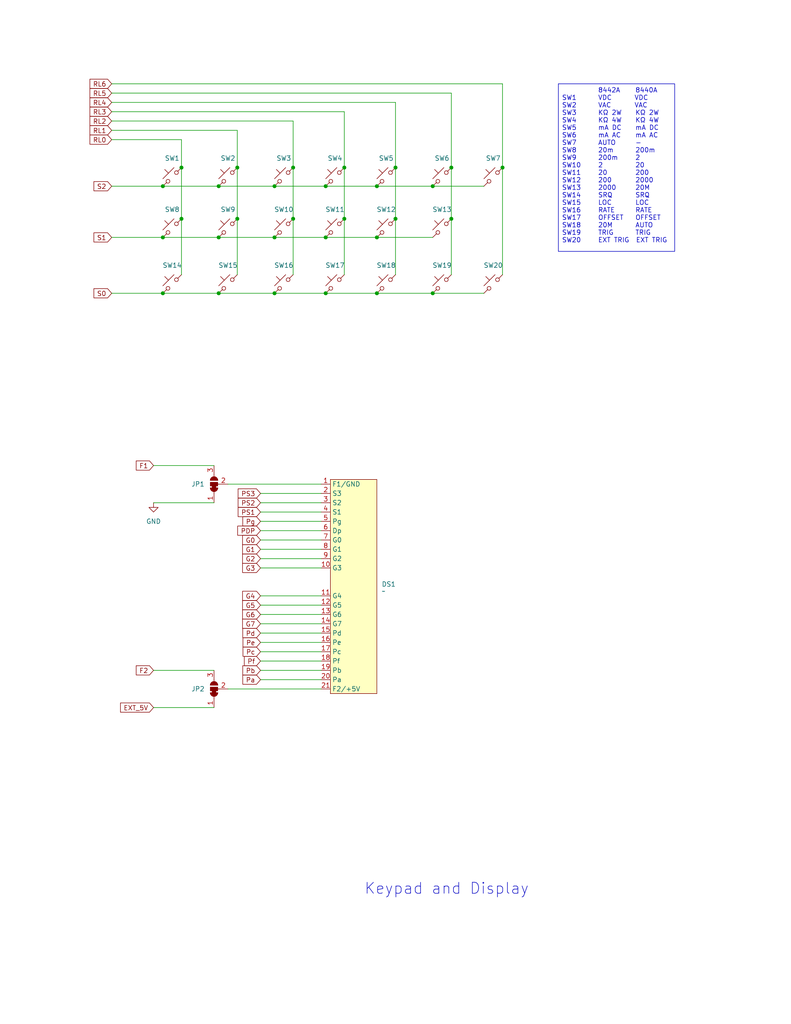
<source format=kicad_sch>
(kicad_sch (version 20231120) (generator "eeschema") (generator_version "8.0")
  (paper "USLetter" portrait)
  (title_block (title "Fluke 884x Display/Keypad/Continuity Buzzer") (date "2024-09-27") (rev "1") (company "Ned Konz"))
  (lib_symbols
    (symbol "Jumper:SolderJumper_3_Bridged12" (pin_names (offset 0) hide) (exclude_from_sim yes) (in_bom no)
      (property "Reference" "JP" (at -2.54 -2.54 0))
      (property "Value" "SolderJumper_3_Bridged12" (at 0 2.794 0))
      (symbol "SolderJumper_3_Bridged12_0_1"
        (rectangle (start -1.016 0.508) (end -0.508 -0.508) (fill (type outline)))
        (arc (start -1.016 1.016) (mid -2.0276 0) (end -1.016 -1.016))
        (arc (start -1.016 1.016) (mid -2.0276 0) (end -1.016 -1.016) (fill (type outline)))
        (rectangle (start -0.508 1.016) (end 0.508 -1.016) (fill (type outline)))
        (polyline (pts (xy -2.54 0) (xy -2.032 0)))
        (polyline (pts (xy -1.016 1.016) (xy -1.016 -1.016)))
        (polyline (pts (xy 0 -1.27) (xy 0 -1.016)))
        (polyline (pts (xy 1.016 1.016) (xy 1.016 -1.016)))
        (polyline (pts (xy 2.54 0) (xy 2.032 0)))
        (arc (start 1.016 -1.016) (mid 2.0276 0) (end 1.016 1.016))
        (arc (start 1.016 -1.016) (mid 2.0276 0) (end 1.016 1.016) (fill (type outline)))
      )
      (symbol "SolderJumper_3_Bridged12_1_1"
        (pin passive line (at -5.08 0 0) (length 2.54) (name "A") (number "1"))
        (pin passive line (at 0 -3.81 90) (length 2.54) (name "C") (number "2"))
        (pin passive line (at 5.08 0 180) (length 2.54) (name "B") (number "3"))
      )
    )
    (symbol "Switch:SW_Push_45deg" (pin_numbers hide) (pin_names (offset 1.016) hide)
      (property "Reference" "SW" (at 3.048 1.016 0))
      (property "Value" "SW_Push_45deg" (at 0 -3.81 0))
      (symbol "SW_Push_45deg_0_1"
        (circle (center -1.1684 1.1684) (radius 0.508))
        (polyline (pts (xy -0.508 2.54) (xy 2.54 -0.508)))
        (polyline (pts (xy 1.016 1.016) (xy 2.032 2.032)))
        (polyline (pts (xy -2.54 2.54) (xy -1.524 1.524) (xy -1.524 1.524)))
        (polyline (pts (xy 1.524 -1.524) (xy 2.54 -2.54) (xy 2.54 -2.54) (xy 2.54 -2.54)))
        (circle (center 1.143 -1.1938) (radius 0.508))
        (pin passive line (at -2.54 2.54 0) (length 0) (name "1") (number "1"))
        (pin passive line (at 2.54 -2.54 180) (length 0) (name "2") (number "2"))
      )
    )
    (symbol "misc:844x_display" (in_bom no)
      (property "Reference" "DS" (at 1.524 30.988 0))
      (symbol "844x_display_1_1"
        (rectangle (start 0 29.21) (end 12.7 -29.21) (fill (type background)))
        (pin passive line (at -2.54 27.94 0) (length 2.54) (name "F1/GND") (number "1"))
        (pin passive line (at -2.54 5.08 0) (length 2.54) (name "G3") (number "10"))
        (pin passive line (at -2.54 -2.54 0) (length 2.54) (name "G4") (number "11"))
        (pin passive line (at -2.54 -5.08 0) (length 2.54) (name "G5") (number "12"))
        (pin passive line (at -2.54 -7.62 0) (length 2.54) (name "G6") (number "13"))
        (pin passive line (at -2.54 -10.16 0) (length 2.54) (name "G7") (number "14"))
        (pin passive line (at -2.54 -12.7 0) (length 2.54) (name "Pd") (number "15"))
        (pin passive line (at -2.54 -15.24 0) (length 2.54) (name "Pe") (number "16"))
        (pin passive line (at -2.54 -17.78 0) (length 2.54) (name "Pc") (number "17"))
        (pin passive line (at -2.54 -20.32 0) (length 2.54) (name "Pf") (number "18"))
        (pin passive line (at -2.54 -22.86 0) (length 2.54) (name "Pb") (number "19"))
        (pin passive line (at -2.54 25.4 0) (length 2.54) (name "S3") (number "2"))
        (pin passive line (at -2.54 -25.4 0) (length 2.54) (name "Pa") (number "20"))
        (pin passive line (at -2.54 -27.94 0) (length 2.54) (name "F2/+5V") (number "21"))
        (pin passive line (at -2.54 22.86 0) (length 2.54) (name "S2") (number "3"))
        (pin passive line (at -2.54 20.32 0) (length 2.54) (name "S1") (number "4"))
        (pin passive line (at -2.54 17.78 0) (length 2.54) (name "Pg") (number "5"))
        (pin passive line (at -2.54 15.24 0) (length 2.54) (name "Dp") (number "6"))
        (pin passive line (at -2.54 12.7 0) (length 2.54) (name "G0") (number "7"))
        (pin passive line (at -2.54 10.16 0) (length 2.54) (name "G1") (number "8"))
        (pin passive line (at -2.54 7.62 0) (length 2.54) (name "G2") (number "9"))
      )
    )
    (symbol "power:GND" (power) (pin_numbers hide) (pin_names (offset 0) hide)
      (property "Value" "GND" (at 0 -3.81 0))
      (symbol "GND_0_1"
        (polyline (pts (xy 0 0) (xy 0 -1.27) (xy 1.27 -1.27) (xy 0 -2.54) (xy -1.27 -1.27) (xy 0 -1.27)))
      )
      (symbol "GND_1_1"
        (pin power_in line (at 0 0 270) (length 0) (name "~") (number "1"))
      )
    )
  )
  (junction (at 137.16 45.72))
  (junction (at 44.45 50.8))
  (junction (at 123.19 45.72))
  (junction (at 74.93 80.01))
  (junction (at 74.93 64.77))
  (junction (at 102.87 64.77))
  (junction (at 59.69 50.8))
  (junction (at 93.98 45.72))
  (junction (at 44.45 80.01))
  (junction (at 49.53 45.72))
  (junction (at 49.53 59.69))
  (junction (at 102.87 50.8))
  (junction (at 118.11 50.8))
  (junction (at 118.11 80.01))
  (junction (at 123.19 59.69))
  (junction (at 93.98 59.69))
  (junction (at 107.95 45.72))
  (junction (at 88.9 50.8))
  (junction (at 64.77 45.72))
  (junction (at 88.9 80.01))
  (junction (at 44.45 64.77))
  (junction (at 80.01 59.69))
  (junction (at 59.69 80.01))
  (junction (at 88.9 64.77))
  (junction (at 64.77 59.69))
  (junction (at 102.87 80.01))
  (junction (at 107.95 59.69))
  (junction (at 59.69 64.77))
  (junction (at 74.93 50.8))
  (junction (at 80.01 45.72))
  (wire (pts (xy 93.98 30.48) (xy 93.98 45.72)))
  (wire (pts (xy 87.63 182.88) (xy 71.12 182.88)))
  (wire (pts (xy 30.48 64.77) (xy 44.45 64.77)))
  (wire (pts (xy 64.77 35.56) (xy 64.77 45.72)))
  (wire (pts (xy 87.63 134.62) (xy 71.12 134.62)))
  (wire (pts (xy 74.93 50.8) (xy 88.9 50.8)))
  (wire (pts (xy 58.42 182.88) (xy 41.91 182.88)))
  (wire (pts (xy 93.98 59.69) (xy 93.98 74.93)))
  (wire (pts (xy 102.87 50.8) (xy 118.11 50.8)))
  (wire (pts (xy 118.11 50.8) (xy 132.08 50.8)))
  (wire (pts (xy 64.77 59.69) (xy 64.77 74.93)))
  (wire (pts (xy 62.23 187.96) (xy 87.63 187.96)))
  (wire (pts (xy 87.63 154.94) (xy 71.12 154.94)))
  (wire (pts (xy 87.63 162.56) (xy 71.12 162.56)))
  (wire (pts (xy 107.95 59.69) (xy 107.95 74.93)))
  (wire (pts (xy 59.69 80.01) (xy 74.93 80.01)))
  (wire (pts (xy 123.19 25.4) (xy 123.19 45.72)))
  (wire (pts (xy 102.87 80.01) (xy 118.11 80.01)))
  (wire (pts (xy 87.63 165.1) (xy 71.12 165.1)))
  (wire (pts (xy 107.95 45.72) (xy 107.95 59.69)))
  (wire (pts (xy 88.9 80.01) (xy 102.87 80.01)))
  (wire (pts (xy 49.53 38.1) (xy 49.53 45.72)))
  (wire (pts (xy 62.23 132.08) (xy 87.63 132.08)))
  (wire (pts (xy 87.63 149.86) (xy 71.12 149.86)))
  (wire (pts (xy 123.19 59.69) (xy 123.19 74.93)))
  (wire (pts (xy 30.48 30.48) (xy 93.98 30.48)))
  (wire (pts (xy 44.45 64.77) (xy 59.69 64.77)))
  (wire (pts (xy 107.95 27.94) (xy 107.95 45.72)))
  (wire (pts (xy 87.63 185.42) (xy 71.12 185.42)))
  (wire (pts (xy 93.98 45.72) (xy 93.98 59.69)))
  (wire (pts (xy 74.93 80.01) (xy 88.9 80.01)))
  (wire (pts (xy 58.42 193.04) (xy 41.91 193.04)))
  (wire (pts (xy 30.48 50.8) (xy 44.45 50.8)))
  (wire (pts (xy 87.63 180.34) (xy 71.12 180.34)))
  (wire (pts (xy 118.11 80.01) (xy 132.08 80.01)))
  (wire (pts (xy 87.63 139.7) (xy 71.12 139.7)))
  (wire (pts (xy 58.42 137.16) (xy 41.91 137.16)))
  (wire (pts (xy 137.16 45.72) (xy 137.16 74.93)))
  (wire (pts (xy 59.69 50.8) (xy 74.93 50.8)))
  (wire (pts (xy 87.63 142.24) (xy 71.12 142.24)))
  (wire (pts (xy 87.63 170.18) (xy 71.12 170.18)))
  (wire (pts (xy 80.01 45.72) (xy 80.01 59.69)))
  (wire (pts (xy 123.19 45.72) (xy 123.19 59.69)))
  (wire (pts (xy 137.16 22.86) (xy 137.16 45.72)))
  (wire (pts (xy 88.9 50.8) (xy 102.87 50.8)))
  (wire (pts (xy 80.01 59.69) (xy 80.01 74.93)))
  (wire (pts (xy 44.45 80.01) (xy 59.69 80.01)))
  (wire (pts (xy 30.48 25.4) (xy 123.19 25.4)))
  (wire (pts (xy 30.48 80.01) (xy 44.45 80.01)))
  (wire (pts (xy 87.63 152.4) (xy 71.12 152.4)))
  (wire (pts (xy 59.69 64.77) (xy 74.93 64.77)))
  (wire (pts (xy 30.48 22.86) (xy 137.16 22.86)))
  (wire (pts (xy 49.53 59.69) (xy 49.53 74.93)))
  (wire (pts (xy 80.01 33.02) (xy 80.01 45.72)))
  (wire (pts (xy 102.87 64.77) (xy 118.11 64.77)))
  (wire (pts (xy 74.93 64.77) (xy 88.9 64.77)))
  (wire (pts (xy 30.48 35.56) (xy 64.77 35.56)))
  (wire (pts (xy 30.48 27.94) (xy 107.95 27.94)))
  (wire (pts (xy 87.63 144.78) (xy 71.12 144.78)))
  (wire (pts (xy 87.63 137.16) (xy 71.12 137.16)))
  (wire (pts (xy 88.9 64.77) (xy 102.87 64.77)))
  (wire (pts (xy 58.42 127) (xy 41.91 127)))
  (wire (pts (xy 44.45 50.8) (xy 59.69 50.8)))
  (wire (pts (xy 87.63 175.26) (xy 71.12 175.26)))
  (wire (pts (xy 30.48 33.02) (xy 80.01 33.02)))
  (wire (pts (xy 64.77 45.72) (xy 64.77 59.69)))
  (wire (pts (xy 87.63 167.64) (xy 71.12 167.64)))
  (wire (pts (xy 87.63 147.32) (xy 71.12 147.32)))
  (wire (pts (xy 87.63 172.72) (xy 71.12 172.72)))
  (wire (pts (xy 49.53 45.72) (xy 49.53 59.69)))
  (wire (pts (xy 87.63 177.8) (xy 71.12 177.8)))
  (wire (pts (xy 30.48 38.1) (xy 49.53 38.1)))
  (text_box "		8442A	8440A\nSW1		VDC	     VDC\nSW2		VAC	     VAC\nSW3		KΩ 2W	KΩ 2W\nSW4		KΩ 4W	KΩ 4W\nSW5		mA DC	mA DC\nSW6		mA AC	mA AC\nSW7		AUTO	-\nSW8		20m		200m\nSW9		200m	2\nSW10 	2		20\nSW11 	20		200\nSW12 	200		2000\nSW13 	2000	20M\nSW14 	SRQ		SRQ\nSW15 	LOC		LOC\nSW16 	RATE	RATE\nSW17	OFFSET	OFFSET\nSW18	20M		AUTO\nSW19	TRIG	TRIG\nSW20	EXT TRIG  EXT TRIG" (at 152.4 22.86 0) (size 31.75 45.72) (effects (font (size 1.27 1.27)) (justify left top)))
  (text "Keypad and Display" (at 121.92 242.57 0) (effects (font (size 3 3))))
  (global_label "G3" (shape input) (at 71.12 154.94 180) (property "Intersheetrefs" "${INTERSHEET_REFS}" (effects (hide yes))))
  (global_label "Pe" (shape input) (at 71.12 175.26 180) (property "Intersheetrefs" "${INTERSHEET_REFS}" (effects (hide yes))))
  (global_label "PS1" (shape input) (at 71.12 139.7 180) (property "Intersheetrefs" "${INTERSHEET_REFS}" (effects (hide yes))))
  (global_label "G0" (shape input) (at 71.12 147.32 180) (property "Intersheetrefs" "${INTERSHEET_REFS}" (effects (hide yes))))
  (global_label "RL4" (shape input) (at 30.48 27.94 180) (property "Intersheetrefs" "${INTERSHEET_REFS}" (effects (hide yes))))
  (global_label "G7" (shape input) (at 71.12 170.18 180) (property "Intersheetrefs" "${INTERSHEET_REFS}" (effects (hide yes))))
  (global_label "PS2" (shape input) (at 71.12 137.16 180) (property "Intersheetrefs" "${INTERSHEET_REFS}" (effects (hide yes))))
  (global_label "G4" (shape input) (at 71.12 162.56 180) (property "Intersheetrefs" "${INTERSHEET_REFS}" (effects (hide yes))))
  (global_label "Pa" (shape input) (at 71.12 185.42 180) (property "Intersheetrefs" "${INTERSHEET_REFS}" (effects (hide yes))))
  (global_label "Pc" (shape input) (at 71.12 177.8 180) (property "Intersheetrefs" "${INTERSHEET_REFS}" (effects (hide yes))))
  (global_label "G6" (shape input) (at 71.12 167.64 180) (property "Intersheetrefs" "${INTERSHEET_REFS}" (effects (hide yes))))
  (global_label "PS3" (shape input) (at 71.12 134.62 180) (property "Intersheetrefs" "${INTERSHEET_REFS}" (effects (hide yes))))
  (global_label "Pg" (shape input) (at 71.12 142.24 180) (property "Intersheetrefs" "${INTERSHEET_REFS}" (effects (hide yes))))
  (global_label "RL1" (shape input) (at 30.48 35.56 180) (property "Intersheetrefs" "${INTERSHEET_REFS}" (effects (hide yes))))
  (global_label "Pf" (shape input) (at 71.12 180.34 180) (property "Intersheetrefs" "${INTERSHEET_REFS}" (effects (hide yes))))
  (global_label "RL0" (shape input) (at 30.48 38.1 180) (property "Intersheetrefs" "${INTERSHEET_REFS}" (effects (hide yes))))
  (global_label "RL5" (shape input) (at 30.48 25.4 180) (property "Intersheetrefs" "${INTERSHEET_REFS}" (effects (hide yes))))
  (global_label "PDP" (shape input) (at 71.12 144.78 180) (property "Intersheetrefs" "${INTERSHEET_REFS}" (effects (hide yes))))
  (global_label "S2" (shape input) (at 30.48 50.8 180) (property "Intersheetrefs" "${INTERSHEET_REFS}" (effects (hide yes))))
  (global_label "RL2" (shape input) (at 30.48 33.02 180) (property "Intersheetrefs" "${INTERSHEET_REFS}" (effects (hide yes))))
  (global_label "S0" (shape input) (at 30.48 80.01 180) (property "Intersheetrefs" "${INTERSHEET_REFS}" (effects (hide yes))))
  (global_label "RL3" (shape input) (at 30.48 30.48 180) (property "Intersheetrefs" "${INTERSHEET_REFS}" (effects (hide yes))))
  (global_label "G5" (shape input) (at 71.12 165.1 180) (property "Intersheetrefs" "${INTERSHEET_REFS}" (effects (hide yes))))
  (global_label "G2" (shape input) (at 71.12 152.4 180) (property "Intersheetrefs" "${INTERSHEET_REFS}" (effects (hide yes))))
  (global_label "EXT_5V" (shape input) (at 41.91 193.04 180) (property "Intersheetrefs" "${INTERSHEET_REFS}" (effects (hide yes))))
  (global_label "G1" (shape input) (at 71.12 149.86 180) (property "Intersheetrefs" "${INTERSHEET_REFS}" (effects (hide yes))))
  (global_label "RL6" (shape input) (at 30.48 22.86 180) (property "Intersheetrefs" "${INTERSHEET_REFS}" (effects (hide yes))))
  (global_label "F2" (shape input) (at 41.91 182.88 180) (property "Intersheetrefs" "${INTERSHEET_REFS}" (effects (hide yes))))
  (global_label "F1" (shape input) (at 41.91 127 180) (property "Intersheetrefs" "${INTERSHEET_REFS}" (effects (hide yes))))
  (global_label "S1" (shape input) (at 30.48 64.77 180) (property "Intersheetrefs" "${INTERSHEET_REFS}" (effects (hide yes))))
  (global_label "Pd" (shape input) (at 71.12 172.72 180) (property "Intersheetrefs" "${INTERSHEET_REFS}" (effects (hide yes))))
  (global_label "Pb" (shape input) (at 71.12 182.88 180) (property "Intersheetrefs" "${INTERSHEET_REFS}" (effects (hide yes))))
  (symbol (lib_id "Switch:SW_Push_45deg") (at 120.65 77.47 0) (mirror y) (unit 1) (in_bom no)
    (property "Reference" "SW19" (at 120.65 72.39 0))
    (property "Value" "SW_Push_45deg" (effects (hide yes)))
    (property "Footprint" "RP2040_minimal:fluke_keypad_contact" (effects (hide yes)))
    (property "Description" "Push button switch, normally open, two pins, 45° tilted" (effects (hide yes)))
  )
  (symbol (lib_id "Switch:SW_Push_45deg") (at 91.44 62.23 0) (mirror y) (unit 1) (in_bom no)
    (property "Reference" "SW11" (at 91.44 57.15 0))
    (property "Value" "SW_Push_45deg" (effects (hide yes)))
    (property "Footprint" "RP2040_minimal:fluke_keypad_contact" (effects (hide yes)))
    (property "Description" "Push button switch, normally open, two pins, 45° tilted" (effects (hide yes)))
  )
  (symbol (lib_id "Switch:SW_Push_45deg") (at 77.47 77.47 0) (mirror y) (unit 1) (in_bom no)
    (property "Reference" "SW16" (at 77.47 72.39 0))
    (property "Value" "SW_Push_45deg" (effects (hide yes)))
    (property "Footprint" "RP2040_minimal:fluke_keypad_contact" (effects (hide yes)))
    (property "Description" "Push button switch, normally open, two pins, 45° tilted" (effects (hide yes)))
  )
  (symbol (lib_id "Switch:SW_Push_45deg") (at 105.41 77.47 0) (mirror y) (unit 1) (in_bom no)
    (property "Reference" "SW18" (at 105.41 72.39 0))
    (property "Value" "SW_Push_45deg" (effects (hide yes)))
    (property "Footprint" "RP2040_minimal:fluke_keypad_contact" (effects (hide yes)))
    (property "Description" "Push button switch, normally open, two pins, 45° tilted" (effects (hide yes)))
  )
  (symbol (lib_id "Jumper:SolderJumper_3_Bridged12") (at 58.42 132.08 90) (unit 1) (exclude_from_sim yes) (in_bom no)
    (property "Reference" "JP1" (at 55.88 132.0799 90) (effects (justify left)))
    (property "Value" "SolderJumper_3_Bridged12" (effects (hide yes)))
    (property "Footprint" "Jumper:SolderJumper-3_P1.3mm_Bridged12_Pad1.0x1.5mm_NumberLabels" (effects (hide yes)))
    (property "Description" "3-pole Solder Jumper, pins 1+2 closed/bridged" (effects (hide yes)))
  )
  (symbol (lib_id "Switch:SW_Push_45deg") (at 77.47 48.26 0) (mirror y) (unit 1) (in_bom no)
    (property "Reference" "SW3" (at 77.47 43.18 0))
    (property "Value" "SW_Push_45deg" (effects (hide yes)))
    (property "Footprint" "RP2040_minimal:fluke_keypad_contact" (effects (hide yes)))
    (property "Description" "Push button switch, normally open, two pins, 45° tilted" (effects (hide yes)))
  )
  (symbol (lib_id "Switch:SW_Push_45deg") (at 120.65 48.26 0) (mirror y) (unit 1) (in_bom no)
    (property "Reference" "SW6" (at 120.65 43.18 0))
    (property "Value" "SW_Push_45deg" (effects (hide yes)))
    (property "Footprint" "RP2040_minimal:fluke_keypad_contact" (effects (hide yes)))
    (property "Description" "Push button switch, normally open, two pins, 45° tilted" (effects (hide yes)))
  )
  (symbol (lib_id "Jumper:SolderJumper_3_Bridged12") (at 58.42 187.96 90) (unit 1) (exclude_from_sim yes) (in_bom no)
    (property "Reference" "JP2" (at 55.88 187.9599 90) (effects (justify left)))
    (property "Value" "SolderJumper_3_Bridged12" (effects (hide yes)))
    (property "Footprint" "Jumper:SolderJumper-3_P1.3mm_Bridged12_Pad1.0x1.5mm_NumberLabels" (effects (hide yes)))
    (property "Description" "3-pole Solder Jumper, pins 1+2 closed/bridged" (effects (hide yes)))
  )
  (symbol (lib_id "Switch:SW_Push_45deg") (at 91.44 77.47 0) (mirror y) (unit 1) (in_bom no)
    (property "Reference" "SW17" (at 91.44 72.39 0))
    (property "Value" "SW_Push_45deg" (effects (hide yes)))
    (property "Footprint" "RP2040_minimal:fluke_keypad_contact" (effects (hide yes)))
    (property "Description" "Push button switch, normally open, two pins, 45° tilted" (effects (hide yes)))
  )
  (symbol (lib_id "Switch:SW_Push_45deg") (at 91.44 48.26 0) (mirror y) (unit 1) (in_bom no)
    (property "Reference" "SW4" (at 91.44 43.18 0))
    (property "Value" "SW_Push_45deg" (effects (hide yes)))
    (property "Footprint" "RP2040_minimal:fluke_keypad_contact" (effects (hide yes)))
    (property "Description" "Push button switch, normally open, two pins, 45° tilted" (effects (hide yes)))
  )
  (symbol (lib_id "Switch:SW_Push_45deg") (at 105.41 48.26 0) (mirror y) (unit 1) (in_bom no)
    (property "Reference" "SW5" (at 105.41 43.18 0))
    (property "Value" "SW_Push_45deg" (effects (hide yes)))
    (property "Footprint" "RP2040_minimal:fluke_keypad_contact" (effects (hide yes)))
    (property "Description" "Push button switch, normally open, two pins, 45° tilted" (effects (hide yes)))
  )
  (symbol (lib_id "Switch:SW_Push_45deg") (at 134.62 48.26 0) (mirror y) (unit 1) (in_bom no)
    (property "Reference" "SW7" (at 134.62 43.18 0))
    (property "Value" "SW_Push_45deg" (effects (hide yes)))
    (property "Footprint" "RP2040_minimal:fluke_keypad_contact" (effects (hide yes)))
    (property "Description" "Push button switch, normally open, two pins, 45° tilted" (effects (hide yes)))
  )
  (symbol (lib_id "power:GND") (at 41.91 137.16 0) (unit 1)
    (property "Reference" "#PWR01" (effects (hide yes)))
    (property "Value" "GND" (at 41.91 142.24 0))
    (property "Description" "Power symbol creates a global label with name \"GND\" , ground" (effects (hide yes)))
  )
  (symbol (lib_id "Switch:SW_Push_45deg") (at 77.47 62.23 0) (mirror y) (unit 1) (in_bom no)
    (property "Reference" "SW10" (at 77.47 57.15 0))
    (property "Value" "SW_Push_45deg" (effects (hide yes)))
    (property "Footprint" "RP2040_minimal:fluke_keypad_contact" (effects (hide yes)))
    (property "Description" "Push button switch, normally open, two pins, 45° tilted" (effects (hide yes)))
  )
  (symbol (lib_id "Switch:SW_Push_45deg") (at 120.65 62.23 0) (mirror y) (unit 1) (in_bom no)
    (property "Reference" "SW13" (at 120.65 57.15 0))
    (property "Value" "SW_Push_45deg" (effects (hide yes)))
    (property "Footprint" "RP2040_minimal:fluke_keypad_contact" (effects (hide yes)))
    (property "Description" "Push button switch, normally open, two pins, 45° tilted" (effects (hide yes)))
  )
  (symbol (lib_id "Switch:SW_Push_45deg") (at 134.62 77.47 0) (mirror y) (unit 1) (in_bom no)
    (property "Reference" "SW20" (at 134.62 72.39 0))
    (property "Value" "SW_Push_45deg" (effects (hide yes)))
    (property "Footprint" "RP2040_minimal:fluke_keypad_contact" (effects (hide yes)))
    (property "Description" "Push button switch, normally open, two pins, 45° tilted" (effects (hide yes)))
  )
  (symbol (lib_id "misc:844x_display") (at 90.17 160.02 0) (unit 1) (in_bom no)
    (property "Reference" "DS1" (at 104.14 159.3849 0) (effects (justify left)))
    (property "Value" "~" (at 104.14 161.29 0) (effects (justify left)))
    (property "Footprint" "RP2040_minimal:fluke_884x_display" (effects (hide yes)))
  )
  (symbol (lib_id "Switch:SW_Push_45deg") (at 46.99 48.26 0) (mirror y) (unit 1) (in_bom no)
    (property "Reference" "SW1" (at 46.99 43.18 0))
    (property "Value" "SW_Push_45deg" (effects (hide yes)))
    (property "Footprint" "RP2040_minimal:fluke_keypad_contact" (effects (hide yes)))
    (property "Description" "Push button switch, normally open, two pins, 45° tilted" (effects (hide yes)))
  )
  (symbol (lib_id "Switch:SW_Push_45deg") (at 105.41 62.23 0) (mirror y) (unit 1) (in_bom no)
    (property "Reference" "SW12" (at 105.41 57.15 0))
    (property "Value" "SW_Push_45deg" (effects (hide yes)))
    (property "Footprint" "RP2040_minimal:fluke_keypad_contact" (effects (hide yes)))
    (property "Description" "Push button switch, normally open, two pins, 45° tilted" (effects (hide yes)))
  )
  (symbol (lib_id "Switch:SW_Push_45deg") (at 62.23 77.47 0) (mirror y) (unit 1) (in_bom no)
    (property "Reference" "SW15" (at 62.23 72.39 0))
    (property "Value" "SW_Push_45deg" (effects (hide yes)))
    (property "Footprint" "RP2040_minimal:fluke_keypad_contact" (effects (hide yes)))
    (property "Description" "Push button switch, normally open, two pins, 45° tilted" (effects (hide yes)))
  )
  (symbol (lib_id "Switch:SW_Push_45deg") (at 46.99 77.47 0) (mirror y) (unit 1) (in_bom no)
    (property "Reference" "SW14" (at 46.99 72.39 0))
    (property "Value" "SW_Push_45deg" (effects (hide yes)))
    (property "Footprint" "RP2040_minimal:fluke_keypad_contact" (effects (hide yes)))
    (property "Description" "Push button switch, normally open, two pins, 45° tilted" (effects (hide yes)))
  )
  (symbol (lib_id "Switch:SW_Push_45deg") (at 46.99 62.23 0) (mirror y) (unit 1) (in_bom no)
    (property "Reference" "SW8" (at 46.99 57.15 0))
    (property "Value" "SW_Push_45deg" (effects (hide yes)))
    (property "Footprint" "RP2040_minimal:fluke_keypad_contact" (effects (hide yes)))
    (property "Description" "Push button switch, normally open, two pins, 45° tilted" (effects (hide yes)))
  )
  (symbol (lib_id "Switch:SW_Push_45deg") (at 62.23 62.23 0) (mirror y) (unit 1) (in_bom no)
    (property "Reference" "SW9" (at 62.23 57.15 0))
    (property "Value" "SW_Push_45deg" (effects (hide yes)))
    (property "Footprint" "RP2040_minimal:fluke_keypad_contact" (effects (hide yes)))
    (property "Description" "Push button switch, normally open, two pins, 45° tilted" (effects (hide yes)))
  )
  (symbol (lib_id "Switch:SW_Push_45deg") (at 62.23 48.26 0) (mirror y) (unit 1) (in_bom no)
    (property "Reference" "SW2" (at 62.23 43.18 0))
    (property "Value" "SW_Push_45deg" (effects (hide yes)))
    (property "Footprint" "RP2040_minimal:fluke_keypad_contact" (effects (hide yes)))
    (property "Description" "Push button switch, normally open, two pins, 45° tilted" (effects (hide yes)))
  )
)
</source>
